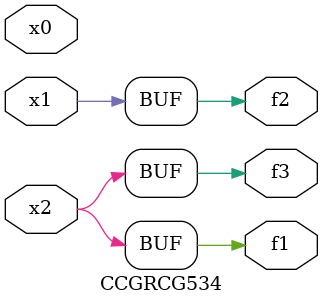
<source format=v>
module CCGRCG534(
	input x0, x1, x2,
	output f1, f2, f3
);
	assign f1 = x2;
	assign f2 = x1;
	assign f3 = x2;
endmodule

</source>
